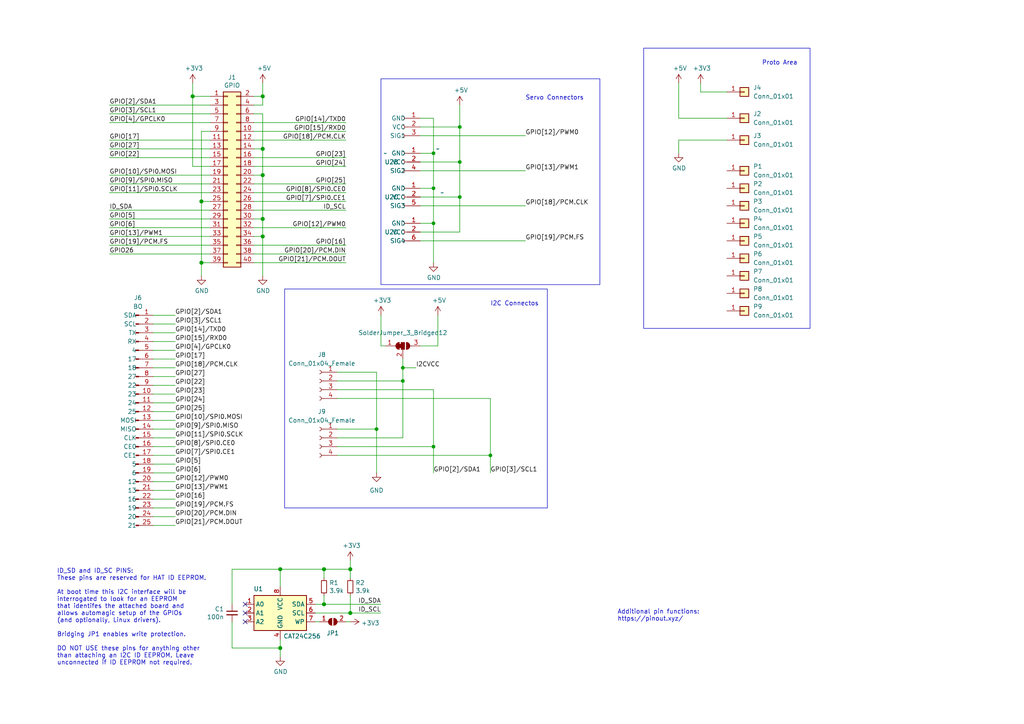
<source format=kicad_sch>
(kicad_sch (version 20230121) (generator eeschema)
  (paper "A4")
  (title_block (date "15 nov 2012"))
  (lib_symbols
    (symbol "Connector:Conn_01x04_Female" (pin_names (offset 1.016) hide)
      (property "Reference" "J" (at 0 5.08 0))
      (property "Value" "Conn_01x04_Female" (at 0 -7.62 0))
      (symbol "Conn_01x04_Female_1_1"
        (pin passive line (at -5.08 2.54 0) (length 3.81) (name "Pin_1") (number "1"))
        (pin passive line (at -5.08 0 0) (length 3.81) (name "Pin_2") (number "2"))
        (pin passive line (at -5.08 -2.54 0) (length 3.81) (name "Pin_3") (number "3"))
        (pin passive line (at -5.08 -5.08 0) (length 3.81) (name "Pin_4") (number "4"))
      )
    )
    (symbol "Connector:Conn_01x25_Male" (pin_names (offset 1.016))
      (property "Reference" "J6" (at 0.635 35.56 0))
      (property "Value" "BO" (at 0.635 33.02 0))
      (symbol "Conn_01x25_Male_1_1"
        (pin passive line (at 5.08 30.48 180) (length 3.81) (name "SDA") (number "1"))
        (pin passive line (at 5.08 7.62 180) (length 3.81) (name "23") (number "10"))
        (pin passive line (at 5.08 5.08 180) (length 3.81) (name "24") (number "11"))
        (pin passive line (at 5.08 2.54 180) (length 3.81) (name "25") (number "12"))
        (pin passive line (at 5.08 0 180) (length 3.81) (name "MOSI") (number "13"))
        (pin passive line (at 5.08 -2.54 180) (length 3.81) (name "MISO") (number "14"))
        (pin passive line (at 5.08 -5.08 180) (length 3.81) (name "CLK") (number "15"))
        (pin passive line (at 5.08 -7.62 180) (length 3.81) (name "CE0") (number "16"))
        (pin passive line (at 5.08 -10.16 180) (length 3.81) (name "CE1") (number "17"))
        (pin passive line (at 5.08 -12.7 180) (length 3.81) (name "5") (number "18"))
        (pin passive line (at 5.08 -15.24 180) (length 3.81) (name "6") (number "19"))
        (pin passive line (at 5.08 27.94 180) (length 3.81) (name "SCL") (number "2"))
        (pin passive line (at 5.08 -17.78 180) (length 3.81) (name "12") (number "20"))
        (pin passive line (at 5.08 -20.32 180) (length 3.81) (name "13") (number "21"))
        (pin passive line (at 5.08 -22.86 180) (length 3.81) (name "16") (number "22"))
        (pin passive line (at 5.08 -25.4 180) (length 3.81) (name "19") (number "23"))
        (pin passive line (at 5.08 -27.94 180) (length 3.81) (name "20") (number "24"))
        (pin passive line (at 5.08 -30.48 180) (length 3.81) (name "21") (number "25"))
        (pin passive line (at 5.08 25.4 180) (length 3.81) (name "TX") (number "3"))
        (pin passive line (at 5.08 22.86 180) (length 3.81) (name "RX") (number "4"))
        (pin passive line (at 5.08 20.32 180) (length 3.81) (name "4") (number "5"))
        (pin passive line (at 5.08 17.78 180) (length 3.81) (name "17") (number "6"))
        (pin passive line (at 5.08 15.24 180) (length 3.81) (name "18") (number "7"))
        (pin passive line (at 5.08 12.7 180) (length 3.81) (name "27") (number "8"))
        (pin passive line (at 5.08 10.16 180) (length 3.81) (name "22") (number "9"))
      )
    )
    (symbol "Connector_Generic:Conn_01x01" (pin_names (offset 1.016) hide)
      (property "Reference" "J" (at 0 2.54 0))
      (property "Value" "Conn_01x01" (at 0 -2.54 0))
      (symbol "Conn_01x01_1_1"
        (pin passive line (at -5.08 0 0) (length 3.81) (name "Pin_1") (number "1"))
      )
    )
    (symbol "Connector_Generic:Conn_02x20_Odd_Even" (pin_names (offset 1.016) hide)
      (property "Reference" "J" (at 1.27 25.4 0))
      (property "Value" "Conn_02x20_Odd_Even" (at 1.27 -27.94 0))
      (symbol "Conn_02x20_Odd_Even_1_1"
        (pin passive line (at -5.08 22.86 0) (length 3.81) (name "Pin_1") (number "1"))
        (pin passive line (at 7.62 12.7 180) (length 3.81) (name "Pin_10") (number "10"))
        (pin passive line (at -5.08 10.16 0) (length 3.81) (name "Pin_11") (number "11"))
        (pin passive line (at 7.62 10.16 180) (length 3.81) (name "Pin_12") (number "12"))
        (pin passive line (at -5.08 7.62 0) (length 3.81) (name "Pin_13") (number "13"))
        (pin passive line (at 7.62 7.62 180) (length 3.81) (name "Pin_14") (number "14"))
        (pin passive line (at -5.08 5.08 0) (length 3.81) (name "Pin_15") (number "15"))
        (pin passive line (at 7.62 5.08 180) (length 3.81) (name "Pin_16") (number "16"))
        (pin passive line (at -5.08 2.54 0) (length 3.81) (name "Pin_17") (number "17"))
        (pin passive line (at 7.62 2.54 180) (length 3.81) (name "Pin_18") (number "18"))
        (pin passive line (at -5.08 0 0) (length 3.81) (name "Pin_19") (number "19"))
        (pin passive line (at 7.62 22.86 180) (length 3.81) (name "Pin_2") (number "2"))
        (pin passive line (at 7.62 0 180) (length 3.81) (name "Pin_20") (number "20"))
        (pin passive line (at -5.08 -2.54 0) (length 3.81) (name "Pin_21") (number "21"))
        (pin passive line (at 7.62 -2.54 180) (length 3.81) (name "Pin_22") (number "22"))
        (pin passive line (at -5.08 -5.08 0) (length 3.81) (name "Pin_23") (number "23"))
        (pin passive line (at 7.62 -5.08 180) (length 3.81) (name "Pin_24") (number "24"))
        (pin passive line (at -5.08 -7.62 0) (length 3.81) (name "Pin_25") (number "25"))
        (pin passive line (at 7.62 -7.62 180) (length 3.81) (name "Pin_26") (number "26"))
        (pin passive line (at -5.08 -10.16 0) (length 3.81) (name "Pin_27") (number "27"))
        (pin passive line (at 7.62 -10.16 180) (length 3.81) (name "Pin_28") (number "28"))
        (pin passive line (at -5.08 -12.7 0) (length 3.81) (name "Pin_29") (number "29"))
        (pin passive line (at -5.08 20.32 0) (length 3.81) (name "Pin_3") (number "3"))
        (pin passive line (at 7.62 -12.7 180) (length 3.81) (name "Pin_30") (number "30"))
        (pin passive line (at -5.08 -15.24 0) (length 3.81) (name "Pin_31") (number "31"))
        (pin passive line (at 7.62 -15.24 180) (length 3.81) (name "Pin_32") (number "32"))
        (pin passive line (at -5.08 -17.78 0) (length 3.81) (name "Pin_33") (number "33"))
        (pin passive line (at 7.62 -17.78 180) (length 3.81) (name "Pin_34") (number "34"))
        (pin passive line (at -5.08 -20.32 0) (length 3.81) (name "Pin_35") (number "35"))
        (pin passive line (at 7.62 -20.32 180) (length 3.81) (name "Pin_36") (number "36"))
        (pin passive line (at -5.08 -22.86 0) (length 3.81) (name "Pin_37") (number "37"))
        (pin passive line (at 7.62 -22.86 180) (length 3.81) (name "Pin_38") (number "38"))
        (pin passive line (at -5.08 -25.4 0) (length 3.81) (name "Pin_39") (number "39"))
        (pin passive line (at 7.62 20.32 180) (length 3.81) (name "Pin_4") (number "4"))
        (pin passive line (at 7.62 -25.4 180) (length 3.81) (name "Pin_40") (number "40"))
        (pin passive line (at -5.08 17.78 0) (length 3.81) (name "Pin_5") (number "5"))
        (pin passive line (at 7.62 17.78 180) (length 3.81) (name "Pin_6") (number "6"))
        (pin passive line (at -5.08 15.24 0) (length 3.81) (name "Pin_7") (number "7"))
        (pin passive line (at 7.62 15.24 180) (length 3.81) (name "Pin_8") (number "8"))
        (pin passive line (at -5.08 12.7 0) (length 3.81) (name "Pin_9") (number "9"))
      )
    )
    (symbol "Device:C_Small" (pin_numbers hide) (pin_names (offset 0.254) hide)
      (property "Reference" "C" (at 0.254 1.778 0))
      (property "Value" "C_Small" (at 0.254 -2.032 0))
      (symbol "C_Small_1_1"
        (pin passive line (at 0 2.54 270) (length 2.032) (name "~") (number "1"))
        (pin passive line (at 0 -2.54 90) (length 2.032) (name "~") (number "2"))
      )
    )
    (symbol "Device:R_Small" (pin_numbers hide) (pin_names (offset 0.254) hide)
      (property "Reference" "R" (at 0.762 0.508 0))
      (property "Value" "R_Small" (at 0.762 -1.016 0))
      (symbol "R_Small_1_1"
        (pin passive line (at 0 2.54 270) (length 0.762) (name "~") (number "1"))
        (pin passive line (at 0 -2.54 90) (length 0.762) (name "~") (number "2"))
      )
    )
    (symbol "FourServoConnectors_1"
      (property "Reference" "U" (at 0 7.62 0))
      (symbol "FourServoConnectors_1_1_1"
        (pin passive line (at -8.89 6.35 0) (length 3.81) (name "GND") (number "1"))
        (pin passive line (at -8.89 3.81 0) (length 3.81) (name "VCC") (number "2"))
        (pin passive line (at -8.89 1.27 0) (length 3.81) (name "SIG1") (number "3"))
      )
      (symbol "FourServoConnectors_1_2_1"
        (pin passive line (at 6.35 6.35 0) (length 3.81) (name "GND") (number "1"))
        (pin passive line (at 6.35 3.81 0) (length 3.81) (name "VCC") (number "2"))
        (pin passive line (at 6.35 1.27 0) (length 3.81) (name "SIG2") (number "4"))
      )
      (symbol "FourServoConnectors_1_3_1"
        (pin passive line (at -8.89 -2.54 0) (length 3.81) (name "GND") (number "1"))
        (pin passive line (at -8.89 -5.08 0) (length 3.81) (name "VCC") (number "2"))
        (pin passive line (at -8.89 -7.62 0) (length 3.81) (name "SIG3") (number "5"))
      )
      (symbol "FourServoConnectors_1_4_1"
        (pin passive line (at 7.62 -1.27 0) (length 3.81) (name "GND") (number "1"))
        (pin passive line (at 7.62 -3.81 0) (length 3.81) (name "VCC") (number "2"))
        (pin passive line (at 7.62 -6.35 0) (length 3.81) (name "SIG4") (number "6"))
      )
    )
    (symbol "FourServoConnectors_2"
      (property "Reference" "U" (at 0 7.62 0))
      (symbol "FourServoConnectors_2_1_1"
        (pin passive line (at -8.89 6.35 0) (length 3.81) (name "GND") (number "1"))
        (pin passive line (at -8.89 3.81 0) (length 3.81) (name "VCC") (number "2"))
        (pin passive line (at -8.89 1.27 0) (length 3.81) (name "SIG1") (number "3"))
      )
      (symbol "FourServoConnectors_2_2_1"
        (pin passive line (at 6.35 6.35 0) (length 3.81) (name "GND") (number "1"))
        (pin passive line (at 6.35 3.81 0) (length 3.81) (name "VCC") (number "2"))
        (pin passive line (at 6.35 1.27 0) (length 3.81) (name "SIG2") (number "4"))
      )
      (symbol "FourServoConnectors_2_3_1"
        (pin passive line (at -8.89 -2.54 0) (length 3.81) (name "GND") (number "1"))
        (pin passive line (at -8.89 -5.08 0) (length 3.81) (name "VCC") (number "2"))
        (pin passive line (at -8.89 -7.62 0) (length 3.81) (name "SIG3") (number "5"))
      )
      (symbol "FourServoConnectors_2_4_1"
        (pin passive line (at 7.62 -1.27 0) (length 3.81) (name "GND") (number "1"))
        (pin passive line (at 7.62 -3.81 0) (length 3.81) (name "VCC") (number "2"))
        (pin passive line (at 7.62 -6.35 0) (length 3.81) (name "SIG4") (number "6"))
      )
    )
    (symbol "FourServoConnectors_3"
      (property "Reference" "U" (at 0 7.62 0))
      (symbol "FourServoConnectors_3_1_1"
        (pin passive line (at -8.89 6.35 0) (length 3.81) (name "GND") (number "1"))
        (pin passive line (at -8.89 3.81 0) (length 3.81) (name "VCC") (number "2"))
        (pin passive line (at -8.89 1.27 0) (length 3.81) (name "SIG1") (number "3"))
      )
      (symbol "FourServoConnectors_3_2_1"
        (pin passive line (at 6.35 6.35 0) (length 3.81) (name "GND") (number "1"))
        (pin passive line (at 6.35 3.81 0) (length 3.81) (name "VCC") (number "2"))
        (pin passive line (at 6.35 1.27 0) (length 3.81) (name "SIG2") (number "4"))
      )
      (symbol "FourServoConnectors_3_3_1"
        (pin passive line (at -8.89 -2.54 0) (length 3.81) (name "GND") (number "1"))
        (pin passive line (at -8.89 -5.08 0) (length 3.81) (name "VCC") (number "2"))
        (pin passive line (at -8.89 -7.62 0) (length 3.81) (name "SIG3") (number "5"))
      )
      (symbol "FourServoConnectors_3_4_1"
        (pin passive line (at 7.62 -1.27 0) (length 3.81) (name "GND") (number "1"))
        (pin passive line (at 7.62 -3.81 0) (length 3.81) (name "VCC") (number "2"))
        (pin passive line (at 7.62 -6.35 0) (length 3.81) (name "SIG4") (number "6"))
      )
    )
    (symbol "GND_1" (power) (pin_names (offset 0))
      (property "Value" "GND_1" (at 0 -3.81 0))
      (symbol "GND_1_1_1"
        (pin power_in line (at 0 0 270) (length 0) hide (name "GND") (number "1"))
      )
    )
    (symbol "Jumper:SolderJumper_2_Open" (pin_names (offset 0) hide)
      (property "Reference" "JP" (at 0 2.032 0))
      (property "Value" "SolderJumper_2_Open" (at 0 -2.54 0))
      (symbol "SolderJumper_2_Open_1_1"
        (pin passive line (at -3.81 0 0) (length 2.54) (name "A") (number "1"))
        (pin passive line (at 3.81 0 180) (length 2.54) (name "B") (number "2"))
      )
    )
    (symbol "Jumper:SolderJumper_3_Bridged12" (pin_names (offset 0) hide)
      (property "Reference" "JP" (at -2.54 -2.54 0))
      (property "Value" "SolderJumper_3_Bridged12" (at 0 2.794 0))
      (symbol "SolderJumper_3_Bridged12_1_1"
        (pin passive line (at -5.08 0 0) (length 2.54) (name "A") (number "1"))
        (pin passive line (at 0 -3.81 90) (length 2.54) (name "C") (number "2"))
        (pin passive line (at 5.08 0 180) (length 2.54) (name "B") (number "3"))
      )
    )
    (symbol "Memory_EEPROM:CAT24C256"
      (property "Reference" "U" (at -6.35 6.35 0))
      (property "Value" "CAT24C256" (at 1.27 6.35 0))
      (symbol "CAT24C256_1_1"
        (pin input line (at -10.16 2.54 0) (length 2.54) (name "A0") (number "1"))
        (pin input line (at -10.16 0 0) (length 2.54) (name "A1") (number "2"))
        (pin input line (at -10.16 -2.54 0) (length 2.54) (name "A2") (number "3"))
        (pin power_in line (at 0 -7.62 90) (length 2.54) (name "GND") (number "4"))
        (pin bidirectional line (at 10.16 2.54 180) (length 2.54) (name "SDA") (number "5"))
        (pin input line (at 10.16 0 180) (length 2.54) (name "SCL") (number "6"))
        (pin input line (at 10.16 -2.54 180) (length 2.54) (name "WP") (number "7"))
        (pin power_in line (at 0 7.62 270) (length 2.54) (name "VCC") (number "8"))
      )
    )
    (symbol "Mine2:FourServoConnectors"
      (property "Reference" "U" (at 0 7.62 0))
      (symbol "FourServoConnectors_1_1"
        (pin passive line (at -8.89 6.35 0) (length 3.81) (name "GND") (number "1"))
        (pin passive line (at -8.89 3.81 0) (length 3.81) (name "VCC") (number "2"))
        (pin passive line (at -8.89 1.27 0) (length 3.81) (name "SIG1") (number "3"))
      )
      (symbol "FourServoConnectors_2_1"
        (pin passive line (at 6.35 6.35 0) (length 3.81) (name "GND") (number "1"))
        (pin passive line (at 6.35 3.81 0) (length 3.81) (name "VCC") (number "2"))
        (pin passive line (at 6.35 1.27 0) (length 3.81) (name "SIG2") (number "4"))
      )
      (symbol "FourServoConnectors_3_1"
        (pin passive line (at -8.89 -2.54 0) (length 3.81) (name "GND") (number "1"))
        (pin passive line (at -8.89 -5.08 0) (length 3.81) (name "VCC") (number "2"))
        (pin passive line (at -8.89 -7.62 0) (length 3.81) (name "SIG3") (number "5"))
      )
      (symbol "FourServoConnectors_4_1"
        (pin passive line (at 7.62 -1.27 0) (length 3.81) (name "GND") (number "1"))
        (pin passive line (at 7.62 -3.81 0) (length 3.81) (name "VCC") (number "2"))
        (pin passive line (at 7.62 -6.35 0) (length 3.81) (name "SIG4") (number "6"))
      )
    )
    (symbol "power:+3.3V" (power) (pin_names (offset 0))
      (property "Value" "+3.3V" (at 0 3.556 0))
      (symbol "+3.3V_1_1"
        (pin power_in line (at 0 0 90) (length 0) hide (name "+3V3") (number "1"))
      )
    )
    (symbol "power:+5V" (power) (pin_names (offset 0))
      (property "Value" "+5V" (at 0 3.556 0))
      (symbol "+5V_1_1"
        (pin power_in line (at 0 0 90) (length 0) hide (name "+5V") (number "1"))
      )
    )
    (symbol "power:GND" (power) (pin_names (offset 0))
      (property "Value" "GND" (at 0 -3.81 0))
      (symbol "GND_1_1"
        (pin power_in line (at 0 0 270) (length 0) hide (name "GND") (number "1"))
      )
    )
  )
  (junction (at 109.22 124.46))
  (junction (at 76.2 63.5) (diameter 1.016))
  (junction (at 101.6 165.1) (diameter 1.016))
  (junction (at 55.88 27.94) (diameter 1.016))
  (junction (at 76.2 68.58) (diameter 1.016))
  (junction (at 93.98 175.26) (diameter 1.016))
  (junction (at 125.73 129.54))
  (junction (at 125.73 54.61))
  (junction (at 58.42 58.42) (diameter 1.016))
  (junction (at 133.35 36.83))
  (junction (at 125.73 44.45))
  (junction (at 133.35 46.99))
  (junction (at 116.84 106.68))
  (junction (at 76.2 50.8) (diameter 1.016))
  (junction (at 76.2 43.18) (diameter 1.016))
  (junction (at 93.98 165.1) (diameter 1.016))
  (junction (at 125.73 64.77))
  (junction (at 116.84 110.49))
  (junction (at 81.28 187.96) (diameter 1.016))
  (junction (at 142.24 132.08))
  (junction (at 81.28 165.1) (diameter 1.016))
  (junction (at 133.35 57.15))
  (junction (at 58.42 76.2) (diameter 1.016))
  (junction (at 76.2 27.94) (diameter 1.016))
  (junction (at 101.6 177.8) (diameter 1.016))
  (no_connect (at 71.12 175.26))
  (no_connect (at 71.12 177.8))
  (no_connect (at 71.12 180.34))
  (wire (pts (xy 58.42 58.42) (xy 58.42 76.2)))
  (wire (pts (xy 73.66 58.42) (xy 100.33 58.42)))
  (wire (pts (xy 44.45 119.38) (xy 50.8 119.38)))
  (wire (pts (xy 44.45 129.54) (xy 50.8 129.54)))
  (wire (pts (xy 125.73 34.29) (xy 125.73 44.45)))
  (wire (pts (xy 60.96 40.64) (xy 31.75 40.64)))
  (wire (pts (xy 196.85 34.29) (xy 210.82 34.29)))
  (wire (pts (xy 81.28 165.1) (xy 93.98 165.1)))
  (wire (pts (xy 101.6 165.1) (xy 93.98 165.1)))
  (wire (pts (xy 101.6 167.64) (xy 101.6 165.1)))
  (wire (pts (xy 116.84 110.49) (xy 97.79 110.49)))
  (wire (pts (xy 76.2 33.02) (xy 76.2 43.18)))
  (wire (pts (xy 76.2 50.8) (xy 73.66 50.8)))
  (wire (pts (xy 121.92 69.85) (xy 152.4 69.85)))
  (wire (pts (xy 97.79 115.57) (xy 142.24 115.57)))
  (wire (pts (xy 116.84 106.68) (xy 116.84 110.49)))
  (wire (pts (xy 125.73 137.16) (xy 125.73 129.54)))
  (wire (pts (xy 125.73 113.03) (xy 125.73 129.54)))
  (wire (pts (xy 121.92 54.61) (xy 125.73 54.61)))
  (wire (pts (xy 44.45 111.76) (xy 50.8 111.76)))
  (wire (pts (xy 125.73 64.77) (xy 121.92 64.77)))
  (wire (pts (xy 97.79 124.46) (xy 109.22 124.46)))
  (wire (pts (xy 76.2 63.5) (xy 76.2 68.58)))
  (wire (pts (xy 142.24 115.57) (xy 142.24 132.08)))
  (wire (pts (xy 76.2 50.8) (xy 76.2 63.5)))
  (wire (pts (xy 73.66 35.56) (xy 100.33 35.56)))
  (wire (pts (xy 58.42 38.1) (xy 58.42 58.42)))
  (wire (pts (xy 91.44 175.26) (xy 93.98 175.26)))
  (wire (pts (xy 93.98 175.26) (xy 110.49 175.26)))
  (wire (pts (xy 142.24 132.08) (xy 97.79 132.08)))
  (wire (pts (xy 44.45 114.3) (xy 50.8 114.3)))
  (wire (pts (xy 121.92 57.15) (xy 133.35 57.15)))
  (wire (pts (xy 133.35 46.99) (xy 133.35 57.15)))
  (wire (pts (xy 116.84 104.14) (xy 116.84 106.68)))
  (wire (pts (xy 58.42 38.1) (xy 60.96 38.1)))
  (wire (pts (xy 91.44 180.34) (xy 92.71 180.34)))
  (wire (pts (xy 100.33 180.34) (xy 101.6 180.34)))
  (wire (pts (xy 73.66 55.88) (xy 100.33 55.88)))
  (wire (pts (xy 203.2 26.67) (xy 210.82 26.67)))
  (wire (pts (xy 121.92 44.45) (xy 125.73 44.45)))
  (wire (pts (xy 44.45 149.86) (xy 50.8 149.86)))
  (wire (pts (xy 121.92 39.37) (xy 152.4 39.37)))
  (wire (pts (xy 60.96 60.96) (xy 31.75 60.96)))
  (wire (pts (xy 44.45 132.08) (xy 50.8 132.08)))
  (wire (pts (xy 31.75 63.5) (xy 60.96 63.5)))
  (wire (pts (xy 121.92 36.83) (xy 133.35 36.83)))
  (wire (pts (xy 44.45 104.14) (xy 50.8 104.14)))
  (wire (pts (xy 133.35 67.31) (xy 121.92 67.31)))
  (wire (pts (xy 121.92 59.69) (xy 152.4 59.69)))
  (wire (pts (xy 97.79 113.03) (xy 125.73 113.03)))
  (wire (pts (xy 58.42 58.42) (xy 60.96 58.42)))
  (wire (pts (xy 101.6 162.56) (xy 101.6 165.1)))
  (wire (pts (xy 44.45 121.92) (xy 50.8 121.92)))
  (wire (pts (xy 73.66 45.72) (xy 100.33 45.72)))
  (wire (pts (xy 81.28 165.1) (xy 81.28 170.18)))
  (wire (pts (xy 196.85 40.64) (xy 196.85 44.45)))
  (wire (pts (xy 73.66 76.2) (xy 100.33 76.2)))
  (wire (pts (xy 58.42 76.2) (xy 58.42 80.01)))
  (wire (pts (xy 31.75 43.18) (xy 60.96 43.18)))
  (wire (pts (xy 101.6 172.72) (xy 101.6 177.8)))
  (wire (pts (xy 55.88 24.13) (xy 55.88 27.94)))
  (wire (pts (xy 125.73 44.45) (xy 125.73 54.61)))
  (wire (pts (xy 44.45 124.46) (xy 50.8 124.46)))
  (wire (pts (xy 203.2 24.13) (xy 203.2 26.67)))
  (wire (pts (xy 76.2 68.58) (xy 73.66 68.58)))
  (wire (pts (xy 31.75 33.02) (xy 60.96 33.02)))
  (wire (pts (xy 31.75 55.88) (xy 60.96 55.88)))
  (wire (pts (xy 44.45 106.68) (xy 50.8 106.68)))
  (wire (pts (xy 55.88 48.26) (xy 60.96 48.26)))
  (wire (pts (xy 44.45 127) (xy 50.8 127)))
  (wire (pts (xy 44.45 139.7) (xy 50.8 139.7)))
  (wire (pts (xy 44.45 142.24) (xy 50.8 142.24)))
  (wire (pts (xy 60.96 30.48) (xy 31.75 30.48)))
  (wire (pts (xy 76.2 27.94) (xy 76.2 30.48)))
  (wire (pts (xy 133.35 30.48) (xy 133.35 36.83)))
  (wire (pts (xy 76.2 43.18) (xy 76.2 50.8)))
  (wire (pts (xy 44.45 99.06) (xy 50.8 99.06)))
  (wire (pts (xy 73.66 40.64) (xy 100.33 40.64)))
  (wire (pts (xy 76.2 43.18) (xy 73.66 43.18)))
  (wire (pts (xy 44.45 101.6) (xy 50.8 101.6)))
  (wire (pts (xy 97.79 107.95) (xy 109.22 107.95)))
  (wire (pts (xy 110.49 100.33) (xy 111.76 100.33)))
  (wire (pts (xy 76.2 24.13) (xy 76.2 27.94)))
  (wire (pts (xy 31.75 35.56) (xy 60.96 35.56)))
  (wire (pts (xy 93.98 165.1) (xy 93.98 167.64)))
  (wire (pts (xy 76.2 27.94) (xy 73.66 27.94)))
  (wire (pts (xy 121.92 49.53) (xy 152.4 49.53)))
  (wire (pts (xy 125.73 129.54) (xy 97.79 129.54)))
  (wire (pts (xy 55.88 27.94) (xy 55.88 48.26)))
  (wire (pts (xy 44.45 109.22) (xy 50.8 109.22)))
  (wire (pts (xy 73.66 48.26) (xy 100.33 48.26)))
  (wire (pts (xy 73.66 38.1) (xy 100.33 38.1)))
  (wire (pts (xy 93.98 172.72) (xy 93.98 175.26)))
  (wire (pts (xy 110.49 91.44) (xy 110.49 100.33)))
  (wire (pts (xy 91.44 177.8) (xy 101.6 177.8)))
  (wire (pts (xy 101.6 177.8) (xy 110.49 177.8)))
  (wire (pts (xy 121.92 100.33) (xy 127 100.33)))
  (wire (pts (xy 44.45 93.98) (xy 50.8 93.98)))
  (wire (pts (xy 31.75 45.72) (xy 60.96 45.72)))
  (wire (pts (xy 31.75 53.34) (xy 60.96 53.34)))
  (wire (pts (xy 44.45 144.78) (xy 50.8 144.78)))
  (wire (pts (xy 116.84 110.49) (xy 116.84 127)))
  (wire (pts (xy 31.75 66.04) (xy 60.96 66.04)))
  (wire (pts (xy 121.92 34.29) (xy 125.73 34.29)))
  (wire (pts (xy 76.2 30.48) (xy 73.66 30.48)))
  (wire (pts (xy 116.84 127) (xy 97.79 127)))
  (wire (pts (xy 109.22 124.46) (xy 109.22 107.95)))
  (wire (pts (xy 121.92 46.99) (xy 133.35 46.99)))
  (wire (pts (xy 44.45 137.16) (xy 50.8 137.16)))
  (wire (pts (xy 31.75 71.12) (xy 60.96 71.12)))
  (wire (pts (xy 73.66 71.12) (xy 100.33 71.12)))
  (wire (pts (xy 196.85 34.29) (xy 196.85 24.13)))
  (wire (pts (xy 73.66 66.04) (xy 100.33 66.04)))
  (wire (pts (xy 58.42 76.2) (xy 60.96 76.2)))
  (wire (pts (xy 44.45 116.84) (xy 50.8 116.84)))
  (wire (pts (xy 73.66 73.66) (xy 100.33 73.66)))
  (wire (pts (xy 142.24 137.16) (xy 142.24 132.08)))
  (wire (pts (xy 109.22 137.16) (xy 109.22 124.46)))
  (wire (pts (xy 76.2 33.02) (xy 73.66 33.02)))
  (wire (pts (xy 125.73 76.2) (xy 125.73 64.77)))
  (wire (pts (xy 31.75 73.66) (xy 60.96 73.66)))
  (wire (pts (xy 133.35 57.15) (xy 133.35 67.31)))
  (wire (pts (xy 67.31 165.1) (xy 67.31 175.26)))
  (wire (pts (xy 67.31 180.34) (xy 67.31 187.96)))
  (wire (pts (xy 67.31 187.96) (xy 81.28 187.96)))
  (wire (pts (xy 81.28 165.1) (xy 67.31 165.1)))
  (wire (pts (xy 133.35 36.83) (xy 133.35 46.99)))
  (wire (pts (xy 81.28 185.42) (xy 81.28 187.96)))
  (wire (pts (xy 81.28 187.96) (xy 81.28 190.5)))
  (wire (pts (xy 44.45 91.44) (xy 50.8 91.44)))
  (wire (pts (xy 76.2 68.58) (xy 76.2 80.01)))
  (wire (pts (xy 73.66 53.34) (xy 100.33 53.34)))
  (wire (pts (xy 60.96 68.58) (xy 31.75 68.58)))
  (wire (pts (xy 196.85 40.64) (xy 210.82 40.64)))
  (wire (pts (xy 44.45 96.52) (xy 50.8 96.52)))
  (wire (pts (xy 76.2 63.5) (xy 73.66 63.5)))
  (wire (pts (xy 55.88 27.94) (xy 60.96 27.94)))
  (wire (pts (xy 125.73 54.61) (xy 125.73 64.77)))
  (wire (pts (xy 44.45 152.4) (xy 50.8 152.4)))
  (wire (pts (xy 127 91.44) (xy 127 100.33)))
  (wire (pts (xy 116.84 106.68) (xy 120.65 106.68)))
  (wire (pts (xy 60.96 50.8) (xy 31.75 50.8)))
  (wire (pts (xy 73.66 60.96) (xy 100.33 60.96)))
  (wire (pts (xy 44.45 134.62) (xy 50.8 134.62)))
  (wire (pts (xy 44.45 147.32) (xy 50.8 147.32)))
  (rectangle (start 82.55 83.82) (end 158.75 147.32))
  (rectangle (start 186.69 13.97) (end 234.95 95.25))
  (rectangle (start 110.49 22.86) (end 173.99 82.55))
  (text "I2C Connectos" (at 142.24 88.9 0) (effects (font (size 1.27 1.27)) (justify left bottom)))
  (text "Proto Area" (at 220.98 19.05 0) (effects (font (size 1.27 1.27)) (justify left bottom)))
  (text "Servo Connectors" (at 152.4 29.21 0) (effects (font (size 1.27 1.27)) (justify left bottom)))
  (text "ID_SD and ID_SC PINS:\nThese pins are reserved for HAT ID EEPROM.\n\nAt boot time this I2C interface will be\ninterrogated to look for an EEPROM\nthat identifes the attached board and\nallows automagic setup of the GPIOs\n(and optionally, Linux drivers).\n\nBridging JP1 enables write protection.\n\nDO NOT USE these pins for anything other\nthan attaching an I2C ID EEPROM. Leave\nunconnected if ID EEPROM not required." (at 16.51 193.04 0) (effects (font (size 1.27 1.27)) (justify left bottom)))
  (text "Additional pin functions:\nhttps://pinout.xyz/" (at 179.07 180.34 0) (effects (font (size 1.27 1.27)) (justify left bottom)))
  (label "GPIO[16]" (at 50.8 144.78 0))
  (label "GPIO[13]{slash}PWM1" (at 152.4 49.53 0))
  (label "ID_SDA" (at 31.75 60.96 0))
  (label "GPIO[6]" (at 31.75 66.04 0))
  (label "GPIO[22]" (at 50.8 111.76 0))
  (label "ID_SDA" (at 110.49 175.26 180))
  (label "GPIO[12]{slash}PWM0" (at 50.8 139.7 0))
  (label "GPIO[12]{slash}PWM0" (at 152.4 39.37 0))
  (label "GPIO[2]{slash}SDA1" (at 50.8 91.44 0))
  (label "ID_SCL" (at 100.33 60.96 180))
  (label "GPIO[5]" (at 31.75 63.5 0))
  (label "GPIO[21]{slash}PCM.DOUT" (at 100.33 76.2 180))
  (label "GPIO[19]{slash}PCM.FS" (at 31.75 71.12 0))
  (label "GPIO[19]{slash}PCM.FS" (at 50.8 147.32 0))
  (label "GPIO[10]{slash}SPI0.MOSI" (at 31.75 50.8 0))
  (label "I2CVCC" (at 120.65 106.68 0))
  (label "GPIO[14]{slash}TXD0" (at 50.8 96.52 0))
  (label "GPIO[9]{slash}SPI0.MISO" (at 31.75 53.34 0))
  (label "GPIO[11]{slash}SPI0.SCLK" (at 50.8 127 0))
  (label "GPIO[23]" (at 100.33 45.72 180))
  (label "GPIO[8]{slash}SPI0.CE0" (at 50.8 129.54 0))
  (label "GPIO[10]{slash}SPI0.MOSI" (at 50.8 121.92 0))
  (label "GPIO[4]{slash}GPCLK0" (at 31.75 35.56 0))
  (label "GPIO[20]{slash}PCM.DIN" (at 50.8 149.86 0))
  (label "GPIO[15]{slash}RXD0" (at 50.8 99.06 0))
  (label "GPIO[27]" (at 31.75 43.18 0))
  (label "GPIO[9]{slash}SPI0.MISO" (at 50.8 124.46 0))
  (label "GPIO26" (at 31.75 73.66 0))
  (label "GPIO[14]{slash}TXD0" (at 100.33 35.56 180))
  (label "GPIO[19]{slash}PCM.FS" (at 152.4 69.85 0))
  (label "GPIO[8]{slash}SPI0.CE0" (at 100.33 55.88 180))
  (label "GPIO[15]{slash}RXD0" (at 100.33 38.1 180))
  (label "GPIO[16]" (at 100.33 71.12 180))
  (label "GPIO[4]{slash}GPCLK0" (at 50.8 101.6 0))
  (label "GPIO[23]" (at 50.8 114.3 0))
  (label "GPIO[24]" (at 50.8 116.84 0))
  (label "GPIO[22]" (at 31.75 45.72 0))
  (label "GPIO[18]{slash}PCM.CLK" (at 152.4 59.69 0))
  (label "GPIO[6]" (at 50.8 137.16 0))
  (label "GPIO[2]{slash}SDA1" (at 31.75 30.48 0))
  (label "GPIO[17]" (at 31.75 40.64 0))
  (label "GPIO[18]{slash}PCM.CLK" (at 50.8 106.68 0))
  (label "GPIO[25]" (at 100.33 53.34 180))
  (label "GPIO[3]{slash}SCL1" (at 31.75 33.02 0))
  (label "GPIO[3]{slash}SCL1" (at 142.24 137.16 0))
  (label "GPIO[18]{slash}PCM.CLK" (at 100.33 40.64 180))
  (label "GPIO[12]{slash}PWM0" (at 100.33 66.04 180))
  (label "GPIO[13]{slash}PWM1" (at 31.75 68.58 0))
  (label "GPIO[20]{slash}PCM.DIN" (at 100.33 73.66 180))
  (label "GPIO[7]{slash}SPI0.CE1" (at 50.8 132.08 0))
  (label "GPIO[24]" (at 100.33 48.26 180))
  (label "GPIO[7]{slash}SPI0.CE1" (at 100.33 58.42 180))
  (label "GPIO[5]" (at 50.8 134.62 0))
  (label "GPIO[27]" (at 50.8 109.22 0))
  (label "ID_SCL" (at 110.49 177.8 180))
  (label "GPIO[13]{slash}PWM1" (at 50.8 142.24 0))
  (label "GPIO[3]{slash}SCL1" (at 50.8 93.98 0))
  (label "GPIO[17]" (at 50.8 104.14 0))
  (label "GPIO[2]{slash}SDA1" (at 125.73 137.16 0))
  (label "GPIO[25]" (at 50.8 119.38 0))
  (label "GPIO[11]{slash}SPI0.SCLK" (at 31.75 55.88 0))
  (label "GPIO[21]{slash}PCM.DOUT" (at 50.8 152.4 0))
  (symbol (lib_id "power:+5V") (at 76.2 24.13 0) (unit 1)
    (property "Reference" "#PWR01" (effects hide))
    (property "Value" "+5V" (at 76.5683 19.8056 0))
  )
  (symbol (lib_id "power:+3.3V") (at 55.88 24.13 0) (unit 1)
    (property "Reference" "#PWR04" (effects hide))
    (property "Value" "+3.3V" (at 56.2483 19.8056 0))
  )
  (symbol (lib_id "power:GND") (at 76.2 80.01 0) (unit 1)
    (property "Reference" "#PWR02" (effects hide))
    (property "Value" "GND" (at 76.3143 84.3344 0))
  )
  (symbol (lib_id "power:GND") (at 58.42 80.01 0) (unit 1)
    (property "Reference" "#PWR03" (effects hide))
    (property "Value" "GND" (at 58.5343 84.3344 0))
  )
  (symbol (lib_id "Connector_Generic:Conn_02x20_Odd_Even") (at 66.04 50.8 0) (unit 1)
    (property "Reference" "J1" (at 67.31 22.4598 0))
    (property "Value" "GPIO" (at 67.31 24.765 0))
    (property "Footprint" "Connector_PinSocket_2.54mm:PinSocket_2x20_P2.54mm_Vertical" (effects hide))
  )
  (symbol (lib_id "Connector:Conn_01x25_Male") (at 39.37 121.92 0) (unit 1)
    (property "Reference" "J6" (at 40.005 86.36 0))
    (property "Value" "BO" (at 40.005 88.9 0))
    (property "Footprint" "Connector_PinSocket_2.54mm:PinSocket_1x25_P2.54mm_Vertical" (effects hide))
  )
  (symbol (lib_id "Device:C_Small") (at 67.31 177.8 0) (unit 1)
    (property "Reference" "C1" (at 64.9858 176.6506 0) (effects (justify right)))
    (property "Value" "100n" (at 64.9858 178.9493 0) (effects (justify right)))
  )
  (symbol (lib_id "Connector_Generic:Conn_01x01") (at 215.9 49.53 0) (unit 1)
    (property "Reference" "P1" (at 218.44 48.26 0) (effects (justify left)))
    (property "Value" "Conn_01x01" (at 218.44 50.8 0) (effects (justify left)))
    (property "Footprint" "Mine2:ConnectedPads_01x04" (effects hide))
  )
  (symbol (lib_id "Jumper:SolderJumper_3_Bridged12") (at 116.84 100.33 0) (unit 1)
    (property "Reference" "JP2" (effects hide))
    (property "Value" "SolderJumper_3_Bridged12" (at 116.84 96.52 0))
    (property "Footprint" "Jumper:SolderJumper-3_P1.3mm_Bridged12_RoundedPad1.0x1.5mm" (effects hide))
  )
  (symbol (lib_id "Device:R_Small") (at 93.98 170.18 0) (unit 1)
    (property "Reference" "R1" (at 95.4786 169.037 0) (effects (justify left)))
    (property "Value" "3.9k" (at 95.4787 171.3293 0) (effects (justify left)))
  )
  (symbol (lib_id "Connector_Generic:Conn_01x01") (at 215.9 34.29 0) (unit 1)
    (property "Reference" "J2" (at 218.44 33.02 0) (effects (justify left)))
    (property "Value" "Conn_01x01" (at 218.44 35.56 0) (effects (justify left)))
    (property "Footprint" "Mine2:NineConnectedPads" (effects hide))
  )
  (symbol (lib_id "power:+3.3V") (at 110.49 91.44 0) (unit 1)
    (property "Reference" "#PWR0107" (effects hide))
    (property "Value" "+3.3V" (at 110.8583 87.1156 0))
  )
  (symbol (lib_id "power:+5V") (at 196.85 24.13 0) (unit 1)
    (property "Reference" "#PWR07" (effects hide))
    (property "Value" "+5V" (at 197.2183 19.8056 0))
  )
  (symbol (lib_name "FourServoConnectors_2") (lib_id "Mine2:FourServoConnectors") (at 128.27 50.8 0) (mirror y) (unit 2)
    (property "Reference" "U2" (at 115.57 46.99 0) (effects (justify left)))
    (property "Value" "~" (at 127 43.18 0))
    (property "Footprint" "Mine2:FourServos" (effects hide))
  )
  (symbol (lib_id "power:+3.3V") (at 203.2 24.13 0) (unit 1)
    (property "Reference" "#PWR09" (effects hide))
    (property "Value" "+3.3V" (at 203.5683 19.8056 0))
  )
  (symbol (lib_id "Jumper:SolderJumper_2_Open") (at 96.52 180.34 0) (unit 1)
    (property "Reference" "JP1" (at 96.52 183.623 0))
    (property "Value" "ID_WP" (effects hide))
  )
  (symbol (lib_id "Connector_Generic:Conn_01x01") (at 215.9 54.61 0) (unit 1)
    (property "Reference" "P2" (at 218.44 53.34 0) (effects (justify left)))
    (property "Value" "Conn_01x01" (at 218.44 55.88 0) (effects (justify left)))
    (property "Footprint" "Mine2:ConnectedPads_01x04" (effects hide))
  )
  (symbol (lib_id "power:+5V") (at 127 91.44 0) (unit 1)
    (property "Reference" "#PWR010" (effects hide))
    (property "Value" "+5V" (at 127.3683 87.1156 0))
  )
  (symbol (lib_id "power:GND") (at 125.73 76.2 0) (unit 1)
    (property "Reference" "#PWR05" (effects hide))
    (property "Value" "GND" (at 125.8443 80.5244 0))
  )
  (symbol (lib_id "Device:R_Small") (at 101.6 170.18 0) (unit 1)
    (property "Reference" "R2" (at 103.0986 169.037 0) (effects (justify left)))
    (property "Value" "3.9k" (at 103.0987 171.3293 0) (effects (justify left)))
  )
  (symbol (lib_id "power:+3.3V") (at 101.6 162.56 0) (unit 1)
    (property "Reference" "#PWR0101" (effects hide))
    (property "Value" "+3.3V" (at 101.9683 158.2356 0))
  )
  (symbol (lib_id "Connector_Generic:Conn_01x01") (at 215.9 26.67 0) (unit 1)
    (property "Reference" "J4" (at 218.44 25.4 0) (effects (justify left)))
    (property "Value" "Conn_01x01" (at 218.44 27.94 0) (effects (justify left)))
    (property "Footprint" "Mine2:NineConnectedPads" (effects hide))
  )
  (symbol (lib_id "Connector:Conn_01x04_Female") (at 92.71 110.49 0) (mirror y) (unit 1)
    (property "Reference" "J8" (at 93.345 102.87 0))
    (property "Value" "Conn_01x04_Female" (at 93.345 105.41 0))
    (property "Footprint" "Connector_JST:JST_SH_BM04B-SRSS-TB_1x04-1MP_P1.00mm_Vertical" (effects hide))
  )
  (symbol (lib_id "Memory_EEPROM:CAT24C256") (at 81.28 177.8 0) (unit 1)
    (property "Reference" "U1" (at 74.93 170.7958 0))
    (property "Value" "CAT24C256" (at 87.63 184.5245 0))
    (property "Datasheet" "https://www.onsemi.cn/PowerSolutions/document/CAT24C256-D.PDF" (effects hide))
  )
  (symbol (lib_id "Connector:Conn_01x04_Female") (at 92.71 127 0) (mirror y) (unit 1)
    (property "Reference" "J9" (at 93.345 119.38 0))
    (property "Value" "Conn_01x04_Female" (at 93.345 121.92 0))
    (property "Footprint" "Connector_JST:JST_SH_BM04B-SRSS-TB_1x04-1MP_P1.00mm_Vertical" (effects hide))
  )
  (symbol (lib_id "Connector_Generic:Conn_01x01") (at 215.9 80.01 0) (unit 1)
    (property "Reference" "P7" (at 218.44 78.74 0) (effects (justify left)))
    (property "Value" "Conn_01x01" (at 218.44 81.28 0) (effects (justify left)))
    (property "Footprint" "Mine2:ConnectedPads_01x04" (effects hide))
  )
  (symbol (lib_id "Connector_Generic:Conn_01x01") (at 215.9 59.69 0) (unit 1)
    (property "Reference" "P3" (at 218.44 58.42 0) (effects (justify left)))
    (property "Value" "Conn_01x01" (at 218.44 60.96 0) (effects (justify left)))
    (property "Footprint" "Mine2:ConnectedPads_01x04" (effects hide))
  )
  (symbol (lib_id "Mine2:FourServoConnectors") (at 129.54 63.5 0) (mirror y) (unit 4)
    (property "Reference" "U2" (at 115.57 67.31 0) (effects (justify left)))
    (property "Value" "~" (at 128.27 55.88 0))
    (property "Footprint" "Mine2:FourServos" (effects hide))
  )
  (symbol (lib_id "power:GND") (at 81.28 190.5 0) (unit 1)
    (property "Reference" "#PWR0102" (effects hide))
    (property "Value" "GND" (at 81.3943 194.8244 0))
  )
  (symbol (lib_id "Connector_Generic:Conn_01x01") (at 215.9 74.93 0) (unit 1)
    (property "Reference" "P6" (at 218.44 73.66 0) (effects (justify left)))
    (property "Value" "Conn_01x01" (at 218.44 76.2 0) (effects (justify left)))
    (property "Footprint" "Mine2:ConnectedPads_01x04" (effects hide))
  )
  (symbol (lib_id "Connector_Generic:Conn_01x01") (at 215.9 64.77 0) (unit 1)
    (property "Reference" "P4" (at 218.44 63.5 0) (effects (justify left)))
    (property "Value" "Conn_01x01" (at 218.44 66.04 0) (effects (justify left)))
    (property "Footprint" "Mine2:ConnectedPads_01x04" (effects hide))
  )
  (symbol (lib_id "Connector_Generic:Conn_01x01") (at 215.9 40.64 0) (unit 1)
    (property "Reference" "J3" (at 218.44 39.37 0) (effects (justify left)))
    (property "Value" "Conn_01x01" (at 218.44 41.91 0) (effects (justify left)))
    (property "Footprint" "Mine2:NineConnectedPads" (effects hide))
  )
  (symbol (lib_name "FourServoConnectors_3") (lib_id "Mine2:FourServoConnectors") (at 113.03 52.07 0) (mirror y) (unit 3)
    (property "Reference" "U2" (at 115.57 57.15 0) (effects (justify left)))
    (property "Value" "~" (at 111.76 44.45 0))
    (property "Footprint" "Mine2:FourServos" (effects hide))
  )
  (symbol (lib_id "power:GND") (at 196.85 44.45 0) (unit 1)
    (property "Reference" "#PWR08" (effects hide))
    (property "Value" "GND" (at 196.9643 48.7744 0))
  )
  (symbol (lib_id "Connector_Generic:Conn_01x01") (at 215.9 69.85 0) (unit 1)
    (property "Reference" "P5" (at 218.44 68.58 0) (effects (justify left)))
    (property "Value" "Conn_01x01" (at 218.44 71.12 0) (effects (justify left)))
    (property "Footprint" "Mine2:ConnectedPads_01x04" (effects hide))
  )
  (symbol (lib_id "power:+3.3V") (at 101.6 180.34 270) (unit 1)
    (property "Reference" "#PWR0103" (effects hide))
    (property "Value" "+3.3V" (at 104.7751 180.7083 90) (effects (justify left)))
  )
  (symbol (lib_id "Connector_Generic:Conn_01x01") (at 215.9 90.17 0) (unit 1)
    (property "Reference" "P9" (at 218.44 88.9 0) (effects (justify left)))
    (property "Value" "Conn_01x01" (at 218.44 91.44 0) (effects (justify left)))
    (property "Footprint" "Mine2:ConnectedPads_01x04" (effects hide))
  )
  (symbol (lib_id "Connector_Generic:Conn_01x01") (at 215.9 85.09 0) (unit 1)
    (property "Reference" "P8" (at 218.44 83.82 0) (effects (justify left)))
    (property "Value" "Conn_01x01" (at 218.44 86.36 0) (effects (justify left)))
    (property "Footprint" "Mine2:ConnectedPads_01x04" (effects hide))
  )
  (symbol (lib_name "FourServoConnectors_1") (lib_id "Mine2:FourServoConnectors") (at 113.03 40.64 0) (mirror y) (unit 1)
    (property "Reference" "U2" (effects hide))
    (property "Footprint" "Mine2:FourServos" (effects hide))
  )
  (symbol (lib_id "power:+5V") (at 133.35 30.48 0) (unit 1)
    (property "Reference" "#PWR06" (effects hide))
    (property "Value" "+5V" (at 133.7183 26.1556 0))
  )
  (symbol (lib_name "GND_1") (lib_id "power:GND") (at 109.22 137.16 0) (unit 1)
    (property "Reference" "#PWR0106" (effects hide))
    (property "Value" "GND" (at 109.22 142.24 0))
  )
)
</source>
